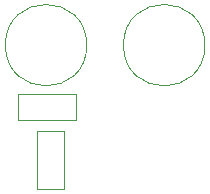
<source format=gbr>
%TF.GenerationSoftware,KiCad,Pcbnew,(5.1.7)-1*%
%TF.CreationDate,2020-11-20T21:44:25-06:00*%
%TF.ProjectId,PROBE-BOARD,50524f42-452d-4424-9f41-52442e6b6963,rev?*%
%TF.SameCoordinates,Original*%
%TF.FileFunction,Other,User*%
%FSLAX46Y46*%
G04 Gerber Fmt 4.6, Leading zero omitted, Abs format (unit mm)*
G04 Created by KiCad (PCBNEW (5.1.7)-1) date 2020-11-20 21:44:25*
%MOMM*%
%LPD*%
G01*
G04 APERTURE LIST*
%ADD10C,0.050000*%
G04 APERTURE END LIST*
D10*
%TO.C,R1*%
X-2503000Y405000D02*
X-2503000Y-1835000D01*
X-2503000Y-1835000D02*
X-7403000Y-1835000D01*
X-7403000Y-1835000D02*
X-7403000Y405000D01*
X-7403000Y405000D02*
X-2503000Y405000D01*
%TO.C,D1*%
X-3511500Y-2783500D02*
X-3511500Y-7683500D01*
X-5751500Y-2783500D02*
X-3511500Y-2783500D01*
X-5751500Y-7683500D02*
X-5751500Y-2783500D01*
X-3511500Y-7683500D02*
X-5751500Y-7683500D01*
%TO.C,REF\u002A\u002A*%
X8450000Y4500000D02*
G75*
G03*
X8450000Y4500000I-3450000J0D01*
G01*
X-1550000Y4500000D02*
G75*
G03*
X-1550000Y4500000I-3450000J0D01*
G01*
%TD*%
M02*

</source>
